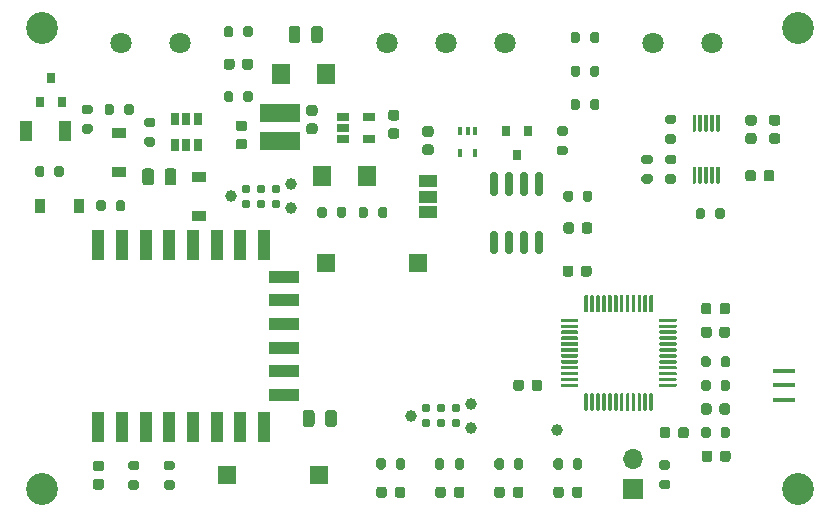
<source format=gbr>
%TF.GenerationSoftware,KiCad,Pcbnew,5.1.10*%
%TF.CreationDate,2021-06-21T15:48:10-04:00*%
%TF.ProjectId,CANalog,43414e61-6c6f-4672-9e6b-696361645f70,rev?*%
%TF.SameCoordinates,PX5b8d800PY848f8c0*%
%TF.FileFunction,Soldermask,Top*%
%TF.FilePolarity,Negative*%
%FSLAX46Y46*%
G04 Gerber Fmt 4.6, Leading zero omitted, Abs format (unit mm)*
G04 Created by KiCad (PCBNEW 5.1.10) date 2021-06-21 15:48:10*
%MOMM*%
%LPD*%
G01*
G04 APERTURE LIST*
%ADD10R,2.500000X1.100000*%
%ADD11R,1.100000X2.500000*%
%ADD12C,0.787400*%
%ADD13C,0.990600*%
%ADD14R,1.900000X0.400000*%
%ADD15R,0.400000X0.650000*%
%ADD16R,1.060000X0.650000*%
%ADD17R,0.650000X1.060000*%
%ADD18C,1.000000*%
%ADD19R,1.500000X1.500000*%
%ADD20R,0.800000X0.900000*%
%ADD21R,3.500000X1.600000*%
%ADD22R,1.500000X1.000000*%
%ADD23O,1.700000X1.700000*%
%ADD24R,1.700000X1.700000*%
%ADD25C,1.800000*%
%ADD26R,1.200000X0.900000*%
%ADD27R,1.600000X1.800000*%
%ADD28R,0.900000X1.200000*%
%ADD29R,1.000000X1.700000*%
%ADD30C,2.700000*%
G04 APERTURE END LIST*
%TO.C,C17*%
G36*
G01*
X-6250000Y-12900000D02*
X-5750000Y-12900000D01*
G75*
G02*
X-5525000Y-13125000I0J-225000D01*
G01*
X-5525000Y-13575000D01*
G75*
G02*
X-5750000Y-13800000I-225000J0D01*
G01*
X-6250000Y-13800000D01*
G75*
G02*
X-6475000Y-13575000I0J225000D01*
G01*
X-6475000Y-13125000D01*
G75*
G02*
X-6250000Y-12900000I225000J0D01*
G01*
G37*
G36*
G01*
X-6250000Y-11350000D02*
X-5750000Y-11350000D01*
G75*
G02*
X-5525000Y-11575000I0J-225000D01*
G01*
X-5525000Y-12025000D01*
G75*
G02*
X-5750000Y-12250000I-225000J0D01*
G01*
X-6250000Y-12250000D01*
G75*
G02*
X-6475000Y-12025000I0J225000D01*
G01*
X-6475000Y-11575000D01*
G75*
G02*
X-6250000Y-11350000I225000J0D01*
G01*
G37*
%TD*%
%TO.C,C16*%
G36*
G01*
X-8250000Y-12900000D02*
X-7750000Y-12900000D01*
G75*
G02*
X-7525000Y-13125000I0J-225000D01*
G01*
X-7525000Y-13575000D01*
G75*
G02*
X-7750000Y-13800000I-225000J0D01*
G01*
X-8250000Y-13800000D01*
G75*
G02*
X-8475000Y-13575000I0J225000D01*
G01*
X-8475000Y-13125000D01*
G75*
G02*
X-8250000Y-12900000I225000J0D01*
G01*
G37*
G36*
G01*
X-8250000Y-11350000D02*
X-7750000Y-11350000D01*
G75*
G02*
X-7525000Y-11575000I0J-225000D01*
G01*
X-7525000Y-12025000D01*
G75*
G02*
X-7750000Y-12250000I-225000J0D01*
G01*
X-8250000Y-12250000D01*
G75*
G02*
X-8475000Y-12025000I0J225000D01*
G01*
X-8475000Y-11575000D01*
G75*
G02*
X-8250000Y-11350000I225000J0D01*
G01*
G37*
%TD*%
%TO.C,U5*%
G36*
G01*
X-10875000Y-15725000D02*
X-10725000Y-15725000D01*
G75*
G02*
X-10650000Y-15800000I0J-75000D01*
G01*
X-10650000Y-17100000D01*
G75*
G02*
X-10725000Y-17175000I-75000J0D01*
G01*
X-10875000Y-17175000D01*
G75*
G02*
X-10950000Y-17100000I0J75000D01*
G01*
X-10950000Y-15800000D01*
G75*
G02*
X-10875000Y-15725000I75000J0D01*
G01*
G37*
G36*
G01*
X-11375000Y-15725000D02*
X-11225000Y-15725000D01*
G75*
G02*
X-11150000Y-15800000I0J-75000D01*
G01*
X-11150000Y-17100000D01*
G75*
G02*
X-11225000Y-17175000I-75000J0D01*
G01*
X-11375000Y-17175000D01*
G75*
G02*
X-11450000Y-17100000I0J75000D01*
G01*
X-11450000Y-15800000D01*
G75*
G02*
X-11375000Y-15725000I75000J0D01*
G01*
G37*
G36*
G01*
X-11875000Y-15725000D02*
X-11725000Y-15725000D01*
G75*
G02*
X-11650000Y-15800000I0J-75000D01*
G01*
X-11650000Y-17100000D01*
G75*
G02*
X-11725000Y-17175000I-75000J0D01*
G01*
X-11875000Y-17175000D01*
G75*
G02*
X-11950000Y-17100000I0J75000D01*
G01*
X-11950000Y-15800000D01*
G75*
G02*
X-11875000Y-15725000I75000J0D01*
G01*
G37*
G36*
G01*
X-12375000Y-15725000D02*
X-12225000Y-15725000D01*
G75*
G02*
X-12150000Y-15800000I0J-75000D01*
G01*
X-12150000Y-17100000D01*
G75*
G02*
X-12225000Y-17175000I-75000J0D01*
G01*
X-12375000Y-17175000D01*
G75*
G02*
X-12450000Y-17100000I0J75000D01*
G01*
X-12450000Y-15800000D01*
G75*
G02*
X-12375000Y-15725000I75000J0D01*
G01*
G37*
G36*
G01*
X-12875000Y-15725000D02*
X-12725000Y-15725000D01*
G75*
G02*
X-12650000Y-15800000I0J-75000D01*
G01*
X-12650000Y-17100000D01*
G75*
G02*
X-12725000Y-17175000I-75000J0D01*
G01*
X-12875000Y-17175000D01*
G75*
G02*
X-12950000Y-17100000I0J75000D01*
G01*
X-12950000Y-15800000D01*
G75*
G02*
X-12875000Y-15725000I75000J0D01*
G01*
G37*
G36*
G01*
X-12875000Y-11325000D02*
X-12725000Y-11325000D01*
G75*
G02*
X-12650000Y-11400000I0J-75000D01*
G01*
X-12650000Y-12700000D01*
G75*
G02*
X-12725000Y-12775000I-75000J0D01*
G01*
X-12875000Y-12775000D01*
G75*
G02*
X-12950000Y-12700000I0J75000D01*
G01*
X-12950000Y-11400000D01*
G75*
G02*
X-12875000Y-11325000I75000J0D01*
G01*
G37*
G36*
G01*
X-12375000Y-11325000D02*
X-12225000Y-11325000D01*
G75*
G02*
X-12150000Y-11400000I0J-75000D01*
G01*
X-12150000Y-12700000D01*
G75*
G02*
X-12225000Y-12775000I-75000J0D01*
G01*
X-12375000Y-12775000D01*
G75*
G02*
X-12450000Y-12700000I0J75000D01*
G01*
X-12450000Y-11400000D01*
G75*
G02*
X-12375000Y-11325000I75000J0D01*
G01*
G37*
G36*
G01*
X-11875000Y-11325000D02*
X-11725000Y-11325000D01*
G75*
G02*
X-11650000Y-11400000I0J-75000D01*
G01*
X-11650000Y-12700000D01*
G75*
G02*
X-11725000Y-12775000I-75000J0D01*
G01*
X-11875000Y-12775000D01*
G75*
G02*
X-11950000Y-12700000I0J75000D01*
G01*
X-11950000Y-11400000D01*
G75*
G02*
X-11875000Y-11325000I75000J0D01*
G01*
G37*
G36*
G01*
X-11375000Y-11325000D02*
X-11225000Y-11325000D01*
G75*
G02*
X-11150000Y-11400000I0J-75000D01*
G01*
X-11150000Y-12700000D01*
G75*
G02*
X-11225000Y-12775000I-75000J0D01*
G01*
X-11375000Y-12775000D01*
G75*
G02*
X-11450000Y-12700000I0J75000D01*
G01*
X-11450000Y-11400000D01*
G75*
G02*
X-11375000Y-11325000I75000J0D01*
G01*
G37*
G36*
G01*
X-10875000Y-11325000D02*
X-10725000Y-11325000D01*
G75*
G02*
X-10650000Y-11400000I0J-75000D01*
G01*
X-10650000Y-12700000D01*
G75*
G02*
X-10725000Y-12775000I-75000J0D01*
G01*
X-10875000Y-12775000D01*
G75*
G02*
X-10950000Y-12700000I0J75000D01*
G01*
X-10950000Y-11400000D01*
G75*
G02*
X-10875000Y-11325000I75000J0D01*
G01*
G37*
%TD*%
%TO.C,R28*%
G36*
G01*
X-11025000Y-19975000D02*
X-11025000Y-19425000D01*
G75*
G02*
X-10825000Y-19225000I200000J0D01*
G01*
X-10425000Y-19225000D01*
G75*
G02*
X-10225000Y-19425000I0J-200000D01*
G01*
X-10225000Y-19975000D01*
G75*
G02*
X-10425000Y-20175000I-200000J0D01*
G01*
X-10825000Y-20175000D01*
G75*
G02*
X-11025000Y-19975000I0J200000D01*
G01*
G37*
G36*
G01*
X-12675000Y-19975000D02*
X-12675000Y-19425000D01*
G75*
G02*
X-12475000Y-19225000I200000J0D01*
G01*
X-12075000Y-19225000D01*
G75*
G02*
X-11875000Y-19425000I0J-200000D01*
G01*
X-11875000Y-19975000D01*
G75*
G02*
X-12075000Y-20175000I-200000J0D01*
G01*
X-12475000Y-20175000D01*
G75*
G02*
X-12675000Y-19975000I0J200000D01*
G01*
G37*
%TD*%
%TO.C,R20*%
G36*
G01*
X-15075000Y-12975000D02*
X-14525000Y-12975000D01*
G75*
G02*
X-14325000Y-13175000I0J-200000D01*
G01*
X-14325000Y-13575000D01*
G75*
G02*
X-14525000Y-13775000I-200000J0D01*
G01*
X-15075000Y-13775000D01*
G75*
G02*
X-15275000Y-13575000I0J200000D01*
G01*
X-15275000Y-13175000D01*
G75*
G02*
X-15075000Y-12975000I200000J0D01*
G01*
G37*
G36*
G01*
X-15075000Y-11325000D02*
X-14525000Y-11325000D01*
G75*
G02*
X-14325000Y-11525000I0J-200000D01*
G01*
X-14325000Y-11925000D01*
G75*
G02*
X-14525000Y-12125000I-200000J0D01*
G01*
X-15075000Y-12125000D01*
G75*
G02*
X-15275000Y-11925000I0J200000D01*
G01*
X-15275000Y-11525000D01*
G75*
G02*
X-15075000Y-11325000I200000J0D01*
G01*
G37*
%TD*%
%TO.C,R19*%
G36*
G01*
X-17075000Y-16375000D02*
X-16525000Y-16375000D01*
G75*
G02*
X-16325000Y-16575000I0J-200000D01*
G01*
X-16325000Y-16975000D01*
G75*
G02*
X-16525000Y-17175000I-200000J0D01*
G01*
X-17075000Y-17175000D01*
G75*
G02*
X-17275000Y-16975000I0J200000D01*
G01*
X-17275000Y-16575000D01*
G75*
G02*
X-17075000Y-16375000I200000J0D01*
G01*
G37*
G36*
G01*
X-17075000Y-14725000D02*
X-16525000Y-14725000D01*
G75*
G02*
X-16325000Y-14925000I0J-200000D01*
G01*
X-16325000Y-15325000D01*
G75*
G02*
X-16525000Y-15525000I-200000J0D01*
G01*
X-17075000Y-15525000D01*
G75*
G02*
X-17275000Y-15325000I0J200000D01*
G01*
X-17275000Y-14925000D01*
G75*
G02*
X-17075000Y-14725000I200000J0D01*
G01*
G37*
%TD*%
%TO.C,R18*%
G36*
G01*
X-15075000Y-16375000D02*
X-14525000Y-16375000D01*
G75*
G02*
X-14325000Y-16575000I0J-200000D01*
G01*
X-14325000Y-16975000D01*
G75*
G02*
X-14525000Y-17175000I-200000J0D01*
G01*
X-15075000Y-17175000D01*
G75*
G02*
X-15275000Y-16975000I0J200000D01*
G01*
X-15275000Y-16575000D01*
G75*
G02*
X-15075000Y-16375000I200000J0D01*
G01*
G37*
G36*
G01*
X-15075000Y-14725000D02*
X-14525000Y-14725000D01*
G75*
G02*
X-14325000Y-14925000I0J-200000D01*
G01*
X-14325000Y-15325000D01*
G75*
G02*
X-14525000Y-15525000I-200000J0D01*
G01*
X-15075000Y-15525000D01*
G75*
G02*
X-15275000Y-15325000I0J200000D01*
G01*
X-15275000Y-14925000D01*
G75*
G02*
X-15075000Y-14725000I200000J0D01*
G01*
G37*
%TD*%
%TO.C,C19*%
G36*
G01*
X-6925000Y-16750000D02*
X-6925000Y-16250000D01*
G75*
G02*
X-6700000Y-16025000I225000J0D01*
G01*
X-6250000Y-16025000D01*
G75*
G02*
X-6025000Y-16250000I0J-225000D01*
G01*
X-6025000Y-16750000D01*
G75*
G02*
X-6250000Y-16975000I-225000J0D01*
G01*
X-6700000Y-16975000D01*
G75*
G02*
X-6925000Y-16750000I0J225000D01*
G01*
G37*
G36*
G01*
X-8475000Y-16750000D02*
X-8475000Y-16250000D01*
G75*
G02*
X-8250000Y-16025000I225000J0D01*
G01*
X-7800000Y-16025000D01*
G75*
G02*
X-7575000Y-16250000I0J-225000D01*
G01*
X-7575000Y-16750000D01*
G75*
G02*
X-7800000Y-16975000I-225000J0D01*
G01*
X-8250000Y-16975000D01*
G75*
G02*
X-8475000Y-16750000I0J225000D01*
G01*
G37*
%TD*%
%TO.C,R27*%
G36*
G01*
X-61775000Y-19325000D02*
X-61775000Y-18775000D01*
G75*
G02*
X-61575000Y-18575000I200000J0D01*
G01*
X-61175000Y-18575000D01*
G75*
G02*
X-60975000Y-18775000I0J-200000D01*
G01*
X-60975000Y-19325000D01*
G75*
G02*
X-61175000Y-19525000I-200000J0D01*
G01*
X-61575000Y-19525000D01*
G75*
G02*
X-61775000Y-19325000I0J200000D01*
G01*
G37*
G36*
G01*
X-63425000Y-19325000D02*
X-63425000Y-18775000D01*
G75*
G02*
X-63225000Y-18575000I200000J0D01*
G01*
X-62825000Y-18575000D01*
G75*
G02*
X-62625000Y-18775000I0J-200000D01*
G01*
X-62625000Y-19325000D01*
G75*
G02*
X-62825000Y-19525000I-200000J0D01*
G01*
X-63225000Y-19525000D01*
G75*
G02*
X-63425000Y-19325000I0J200000D01*
G01*
G37*
%TD*%
D10*
%TO.C,U4*%
X-47550000Y-25060000D03*
X-47550000Y-27060000D03*
X-47550000Y-29060000D03*
X-47550000Y-31060000D03*
X-47550000Y-33060000D03*
X-47550000Y-35060000D03*
D11*
X-63250000Y-22350000D03*
X-61250000Y-22350000D03*
X-59250000Y-22350000D03*
X-57250000Y-22350000D03*
X-55250000Y-22350000D03*
X-53250000Y-22350000D03*
X-51250000Y-22350000D03*
X-49250000Y-22350000D03*
X-49250000Y-37750000D03*
X-51250000Y-37750000D03*
X-53250000Y-37750000D03*
X-55250000Y-37750000D03*
X-57250000Y-37750000D03*
X-59250000Y-37750000D03*
X-61250000Y-37750000D03*
X-63250000Y-37750000D03*
%TD*%
%TO.C,R14*%
G36*
G01*
X-10575000Y-32525000D02*
X-10575000Y-31975000D01*
G75*
G02*
X-10375000Y-31775000I200000J0D01*
G01*
X-9975000Y-31775000D01*
G75*
G02*
X-9775000Y-31975000I0J-200000D01*
G01*
X-9775000Y-32525000D01*
G75*
G02*
X-9975000Y-32725000I-200000J0D01*
G01*
X-10375000Y-32725000D01*
G75*
G02*
X-10575000Y-32525000I0J200000D01*
G01*
G37*
G36*
G01*
X-12225000Y-32525000D02*
X-12225000Y-31975000D01*
G75*
G02*
X-12025000Y-31775000I200000J0D01*
G01*
X-11625000Y-31775000D01*
G75*
G02*
X-11425000Y-31975000I0J-200000D01*
G01*
X-11425000Y-32525000D01*
G75*
G02*
X-11625000Y-32725000I-200000J0D01*
G01*
X-12025000Y-32725000D01*
G75*
G02*
X-12225000Y-32525000I0J200000D01*
G01*
G37*
%TD*%
D12*
%TO.C,J4*%
X-32980000Y-36165000D03*
X-32980000Y-37435000D03*
X-34250000Y-36165000D03*
X-34250000Y-37435000D03*
X-35520000Y-36165000D03*
X-35520000Y-37435000D03*
D13*
X-36790000Y-36800000D03*
X-31710000Y-37816000D03*
X-31710000Y-35784000D03*
%TD*%
%TO.C,U3*%
G36*
G01*
X-16300000Y-35000000D02*
X-16300000Y-36325000D01*
G75*
G02*
X-16375000Y-36400000I-75000J0D01*
G01*
X-16525000Y-36400000D01*
G75*
G02*
X-16600000Y-36325000I0J75000D01*
G01*
X-16600000Y-35000000D01*
G75*
G02*
X-16525000Y-34925000I75000J0D01*
G01*
X-16375000Y-34925000D01*
G75*
G02*
X-16300000Y-35000000I0J-75000D01*
G01*
G37*
G36*
G01*
X-16800000Y-35000000D02*
X-16800000Y-36325000D01*
G75*
G02*
X-16875000Y-36400000I-75000J0D01*
G01*
X-17025000Y-36400000D01*
G75*
G02*
X-17100000Y-36325000I0J75000D01*
G01*
X-17100000Y-35000000D01*
G75*
G02*
X-17025000Y-34925000I75000J0D01*
G01*
X-16875000Y-34925000D01*
G75*
G02*
X-16800000Y-35000000I0J-75000D01*
G01*
G37*
G36*
G01*
X-17300000Y-35000000D02*
X-17300000Y-36325000D01*
G75*
G02*
X-17375000Y-36400000I-75000J0D01*
G01*
X-17525000Y-36400000D01*
G75*
G02*
X-17600000Y-36325000I0J75000D01*
G01*
X-17600000Y-35000000D01*
G75*
G02*
X-17525000Y-34925000I75000J0D01*
G01*
X-17375000Y-34925000D01*
G75*
G02*
X-17300000Y-35000000I0J-75000D01*
G01*
G37*
G36*
G01*
X-17800000Y-35000000D02*
X-17800000Y-36325000D01*
G75*
G02*
X-17875000Y-36400000I-75000J0D01*
G01*
X-18025000Y-36400000D01*
G75*
G02*
X-18100000Y-36325000I0J75000D01*
G01*
X-18100000Y-35000000D01*
G75*
G02*
X-18025000Y-34925000I75000J0D01*
G01*
X-17875000Y-34925000D01*
G75*
G02*
X-17800000Y-35000000I0J-75000D01*
G01*
G37*
G36*
G01*
X-18300000Y-35000000D02*
X-18300000Y-36325000D01*
G75*
G02*
X-18375000Y-36400000I-75000J0D01*
G01*
X-18525000Y-36400000D01*
G75*
G02*
X-18600000Y-36325000I0J75000D01*
G01*
X-18600000Y-35000000D01*
G75*
G02*
X-18525000Y-34925000I75000J0D01*
G01*
X-18375000Y-34925000D01*
G75*
G02*
X-18300000Y-35000000I0J-75000D01*
G01*
G37*
G36*
G01*
X-18800000Y-35000000D02*
X-18800000Y-36325000D01*
G75*
G02*
X-18875000Y-36400000I-75000J0D01*
G01*
X-19025000Y-36400000D01*
G75*
G02*
X-19100000Y-36325000I0J75000D01*
G01*
X-19100000Y-35000000D01*
G75*
G02*
X-19025000Y-34925000I75000J0D01*
G01*
X-18875000Y-34925000D01*
G75*
G02*
X-18800000Y-35000000I0J-75000D01*
G01*
G37*
G36*
G01*
X-19300000Y-35000000D02*
X-19300000Y-36325000D01*
G75*
G02*
X-19375000Y-36400000I-75000J0D01*
G01*
X-19525000Y-36400000D01*
G75*
G02*
X-19600000Y-36325000I0J75000D01*
G01*
X-19600000Y-35000000D01*
G75*
G02*
X-19525000Y-34925000I75000J0D01*
G01*
X-19375000Y-34925000D01*
G75*
G02*
X-19300000Y-35000000I0J-75000D01*
G01*
G37*
G36*
G01*
X-19800000Y-35000000D02*
X-19800000Y-36325000D01*
G75*
G02*
X-19875000Y-36400000I-75000J0D01*
G01*
X-20025000Y-36400000D01*
G75*
G02*
X-20100000Y-36325000I0J75000D01*
G01*
X-20100000Y-35000000D01*
G75*
G02*
X-20025000Y-34925000I75000J0D01*
G01*
X-19875000Y-34925000D01*
G75*
G02*
X-19800000Y-35000000I0J-75000D01*
G01*
G37*
G36*
G01*
X-20300000Y-35000000D02*
X-20300000Y-36325000D01*
G75*
G02*
X-20375000Y-36400000I-75000J0D01*
G01*
X-20525000Y-36400000D01*
G75*
G02*
X-20600000Y-36325000I0J75000D01*
G01*
X-20600000Y-35000000D01*
G75*
G02*
X-20525000Y-34925000I75000J0D01*
G01*
X-20375000Y-34925000D01*
G75*
G02*
X-20300000Y-35000000I0J-75000D01*
G01*
G37*
G36*
G01*
X-20800000Y-35000000D02*
X-20800000Y-36325000D01*
G75*
G02*
X-20875000Y-36400000I-75000J0D01*
G01*
X-21025000Y-36400000D01*
G75*
G02*
X-21100000Y-36325000I0J75000D01*
G01*
X-21100000Y-35000000D01*
G75*
G02*
X-21025000Y-34925000I75000J0D01*
G01*
X-20875000Y-34925000D01*
G75*
G02*
X-20800000Y-35000000I0J-75000D01*
G01*
G37*
G36*
G01*
X-21300000Y-35000000D02*
X-21300000Y-36325000D01*
G75*
G02*
X-21375000Y-36400000I-75000J0D01*
G01*
X-21525000Y-36400000D01*
G75*
G02*
X-21600000Y-36325000I0J75000D01*
G01*
X-21600000Y-35000000D01*
G75*
G02*
X-21525000Y-34925000I75000J0D01*
G01*
X-21375000Y-34925000D01*
G75*
G02*
X-21300000Y-35000000I0J-75000D01*
G01*
G37*
G36*
G01*
X-21800000Y-35000000D02*
X-21800000Y-36325000D01*
G75*
G02*
X-21875000Y-36400000I-75000J0D01*
G01*
X-22025000Y-36400000D01*
G75*
G02*
X-22100000Y-36325000I0J75000D01*
G01*
X-22100000Y-35000000D01*
G75*
G02*
X-22025000Y-34925000I75000J0D01*
G01*
X-21875000Y-34925000D01*
G75*
G02*
X-21800000Y-35000000I0J-75000D01*
G01*
G37*
G36*
G01*
X-22625000Y-34175000D02*
X-22625000Y-34325000D01*
G75*
G02*
X-22700000Y-34400000I-75000J0D01*
G01*
X-24025000Y-34400000D01*
G75*
G02*
X-24100000Y-34325000I0J75000D01*
G01*
X-24100000Y-34175000D01*
G75*
G02*
X-24025000Y-34100000I75000J0D01*
G01*
X-22700000Y-34100000D01*
G75*
G02*
X-22625000Y-34175000I0J-75000D01*
G01*
G37*
G36*
G01*
X-22625000Y-33675000D02*
X-22625000Y-33825000D01*
G75*
G02*
X-22700000Y-33900000I-75000J0D01*
G01*
X-24025000Y-33900000D01*
G75*
G02*
X-24100000Y-33825000I0J75000D01*
G01*
X-24100000Y-33675000D01*
G75*
G02*
X-24025000Y-33600000I75000J0D01*
G01*
X-22700000Y-33600000D01*
G75*
G02*
X-22625000Y-33675000I0J-75000D01*
G01*
G37*
G36*
G01*
X-22625000Y-33175000D02*
X-22625000Y-33325000D01*
G75*
G02*
X-22700000Y-33400000I-75000J0D01*
G01*
X-24025000Y-33400000D01*
G75*
G02*
X-24100000Y-33325000I0J75000D01*
G01*
X-24100000Y-33175000D01*
G75*
G02*
X-24025000Y-33100000I75000J0D01*
G01*
X-22700000Y-33100000D01*
G75*
G02*
X-22625000Y-33175000I0J-75000D01*
G01*
G37*
G36*
G01*
X-22625000Y-32675000D02*
X-22625000Y-32825000D01*
G75*
G02*
X-22700000Y-32900000I-75000J0D01*
G01*
X-24025000Y-32900000D01*
G75*
G02*
X-24100000Y-32825000I0J75000D01*
G01*
X-24100000Y-32675000D01*
G75*
G02*
X-24025000Y-32600000I75000J0D01*
G01*
X-22700000Y-32600000D01*
G75*
G02*
X-22625000Y-32675000I0J-75000D01*
G01*
G37*
G36*
G01*
X-22625000Y-32175000D02*
X-22625000Y-32325000D01*
G75*
G02*
X-22700000Y-32400000I-75000J0D01*
G01*
X-24025000Y-32400000D01*
G75*
G02*
X-24100000Y-32325000I0J75000D01*
G01*
X-24100000Y-32175000D01*
G75*
G02*
X-24025000Y-32100000I75000J0D01*
G01*
X-22700000Y-32100000D01*
G75*
G02*
X-22625000Y-32175000I0J-75000D01*
G01*
G37*
G36*
G01*
X-22625000Y-31675000D02*
X-22625000Y-31825000D01*
G75*
G02*
X-22700000Y-31900000I-75000J0D01*
G01*
X-24025000Y-31900000D01*
G75*
G02*
X-24100000Y-31825000I0J75000D01*
G01*
X-24100000Y-31675000D01*
G75*
G02*
X-24025000Y-31600000I75000J0D01*
G01*
X-22700000Y-31600000D01*
G75*
G02*
X-22625000Y-31675000I0J-75000D01*
G01*
G37*
G36*
G01*
X-22625000Y-31175000D02*
X-22625000Y-31325000D01*
G75*
G02*
X-22700000Y-31400000I-75000J0D01*
G01*
X-24025000Y-31400000D01*
G75*
G02*
X-24100000Y-31325000I0J75000D01*
G01*
X-24100000Y-31175000D01*
G75*
G02*
X-24025000Y-31100000I75000J0D01*
G01*
X-22700000Y-31100000D01*
G75*
G02*
X-22625000Y-31175000I0J-75000D01*
G01*
G37*
G36*
G01*
X-22625000Y-30675000D02*
X-22625000Y-30825000D01*
G75*
G02*
X-22700000Y-30900000I-75000J0D01*
G01*
X-24025000Y-30900000D01*
G75*
G02*
X-24100000Y-30825000I0J75000D01*
G01*
X-24100000Y-30675000D01*
G75*
G02*
X-24025000Y-30600000I75000J0D01*
G01*
X-22700000Y-30600000D01*
G75*
G02*
X-22625000Y-30675000I0J-75000D01*
G01*
G37*
G36*
G01*
X-22625000Y-30175000D02*
X-22625000Y-30325000D01*
G75*
G02*
X-22700000Y-30400000I-75000J0D01*
G01*
X-24025000Y-30400000D01*
G75*
G02*
X-24100000Y-30325000I0J75000D01*
G01*
X-24100000Y-30175000D01*
G75*
G02*
X-24025000Y-30100000I75000J0D01*
G01*
X-22700000Y-30100000D01*
G75*
G02*
X-22625000Y-30175000I0J-75000D01*
G01*
G37*
G36*
G01*
X-22625000Y-29675000D02*
X-22625000Y-29825000D01*
G75*
G02*
X-22700000Y-29900000I-75000J0D01*
G01*
X-24025000Y-29900000D01*
G75*
G02*
X-24100000Y-29825000I0J75000D01*
G01*
X-24100000Y-29675000D01*
G75*
G02*
X-24025000Y-29600000I75000J0D01*
G01*
X-22700000Y-29600000D01*
G75*
G02*
X-22625000Y-29675000I0J-75000D01*
G01*
G37*
G36*
G01*
X-22625000Y-29175000D02*
X-22625000Y-29325000D01*
G75*
G02*
X-22700000Y-29400000I-75000J0D01*
G01*
X-24025000Y-29400000D01*
G75*
G02*
X-24100000Y-29325000I0J75000D01*
G01*
X-24100000Y-29175000D01*
G75*
G02*
X-24025000Y-29100000I75000J0D01*
G01*
X-22700000Y-29100000D01*
G75*
G02*
X-22625000Y-29175000I0J-75000D01*
G01*
G37*
G36*
G01*
X-22625000Y-28675000D02*
X-22625000Y-28825000D01*
G75*
G02*
X-22700000Y-28900000I-75000J0D01*
G01*
X-24025000Y-28900000D01*
G75*
G02*
X-24100000Y-28825000I0J75000D01*
G01*
X-24100000Y-28675000D01*
G75*
G02*
X-24025000Y-28600000I75000J0D01*
G01*
X-22700000Y-28600000D01*
G75*
G02*
X-22625000Y-28675000I0J-75000D01*
G01*
G37*
G36*
G01*
X-21800000Y-26675000D02*
X-21800000Y-28000000D01*
G75*
G02*
X-21875000Y-28075000I-75000J0D01*
G01*
X-22025000Y-28075000D01*
G75*
G02*
X-22100000Y-28000000I0J75000D01*
G01*
X-22100000Y-26675000D01*
G75*
G02*
X-22025000Y-26600000I75000J0D01*
G01*
X-21875000Y-26600000D01*
G75*
G02*
X-21800000Y-26675000I0J-75000D01*
G01*
G37*
G36*
G01*
X-21300000Y-26675000D02*
X-21300000Y-28000000D01*
G75*
G02*
X-21375000Y-28075000I-75000J0D01*
G01*
X-21525000Y-28075000D01*
G75*
G02*
X-21600000Y-28000000I0J75000D01*
G01*
X-21600000Y-26675000D01*
G75*
G02*
X-21525000Y-26600000I75000J0D01*
G01*
X-21375000Y-26600000D01*
G75*
G02*
X-21300000Y-26675000I0J-75000D01*
G01*
G37*
G36*
G01*
X-20800000Y-26675000D02*
X-20800000Y-28000000D01*
G75*
G02*
X-20875000Y-28075000I-75000J0D01*
G01*
X-21025000Y-28075000D01*
G75*
G02*
X-21100000Y-28000000I0J75000D01*
G01*
X-21100000Y-26675000D01*
G75*
G02*
X-21025000Y-26600000I75000J0D01*
G01*
X-20875000Y-26600000D01*
G75*
G02*
X-20800000Y-26675000I0J-75000D01*
G01*
G37*
G36*
G01*
X-20300000Y-26675000D02*
X-20300000Y-28000000D01*
G75*
G02*
X-20375000Y-28075000I-75000J0D01*
G01*
X-20525000Y-28075000D01*
G75*
G02*
X-20600000Y-28000000I0J75000D01*
G01*
X-20600000Y-26675000D01*
G75*
G02*
X-20525000Y-26600000I75000J0D01*
G01*
X-20375000Y-26600000D01*
G75*
G02*
X-20300000Y-26675000I0J-75000D01*
G01*
G37*
G36*
G01*
X-19800000Y-26675000D02*
X-19800000Y-28000000D01*
G75*
G02*
X-19875000Y-28075000I-75000J0D01*
G01*
X-20025000Y-28075000D01*
G75*
G02*
X-20100000Y-28000000I0J75000D01*
G01*
X-20100000Y-26675000D01*
G75*
G02*
X-20025000Y-26600000I75000J0D01*
G01*
X-19875000Y-26600000D01*
G75*
G02*
X-19800000Y-26675000I0J-75000D01*
G01*
G37*
G36*
G01*
X-19300000Y-26675000D02*
X-19300000Y-28000000D01*
G75*
G02*
X-19375000Y-28075000I-75000J0D01*
G01*
X-19525000Y-28075000D01*
G75*
G02*
X-19600000Y-28000000I0J75000D01*
G01*
X-19600000Y-26675000D01*
G75*
G02*
X-19525000Y-26600000I75000J0D01*
G01*
X-19375000Y-26600000D01*
G75*
G02*
X-19300000Y-26675000I0J-75000D01*
G01*
G37*
G36*
G01*
X-18800000Y-26675000D02*
X-18800000Y-28000000D01*
G75*
G02*
X-18875000Y-28075000I-75000J0D01*
G01*
X-19025000Y-28075000D01*
G75*
G02*
X-19100000Y-28000000I0J75000D01*
G01*
X-19100000Y-26675000D01*
G75*
G02*
X-19025000Y-26600000I75000J0D01*
G01*
X-18875000Y-26600000D01*
G75*
G02*
X-18800000Y-26675000I0J-75000D01*
G01*
G37*
G36*
G01*
X-18300000Y-26675000D02*
X-18300000Y-28000000D01*
G75*
G02*
X-18375000Y-28075000I-75000J0D01*
G01*
X-18525000Y-28075000D01*
G75*
G02*
X-18600000Y-28000000I0J75000D01*
G01*
X-18600000Y-26675000D01*
G75*
G02*
X-18525000Y-26600000I75000J0D01*
G01*
X-18375000Y-26600000D01*
G75*
G02*
X-18300000Y-26675000I0J-75000D01*
G01*
G37*
G36*
G01*
X-17800000Y-26675000D02*
X-17800000Y-28000000D01*
G75*
G02*
X-17875000Y-28075000I-75000J0D01*
G01*
X-18025000Y-28075000D01*
G75*
G02*
X-18100000Y-28000000I0J75000D01*
G01*
X-18100000Y-26675000D01*
G75*
G02*
X-18025000Y-26600000I75000J0D01*
G01*
X-17875000Y-26600000D01*
G75*
G02*
X-17800000Y-26675000I0J-75000D01*
G01*
G37*
G36*
G01*
X-17300000Y-26675000D02*
X-17300000Y-28000000D01*
G75*
G02*
X-17375000Y-28075000I-75000J0D01*
G01*
X-17525000Y-28075000D01*
G75*
G02*
X-17600000Y-28000000I0J75000D01*
G01*
X-17600000Y-26675000D01*
G75*
G02*
X-17525000Y-26600000I75000J0D01*
G01*
X-17375000Y-26600000D01*
G75*
G02*
X-17300000Y-26675000I0J-75000D01*
G01*
G37*
G36*
G01*
X-16800000Y-26675000D02*
X-16800000Y-28000000D01*
G75*
G02*
X-16875000Y-28075000I-75000J0D01*
G01*
X-17025000Y-28075000D01*
G75*
G02*
X-17100000Y-28000000I0J75000D01*
G01*
X-17100000Y-26675000D01*
G75*
G02*
X-17025000Y-26600000I75000J0D01*
G01*
X-16875000Y-26600000D01*
G75*
G02*
X-16800000Y-26675000I0J-75000D01*
G01*
G37*
G36*
G01*
X-16300000Y-26675000D02*
X-16300000Y-28000000D01*
G75*
G02*
X-16375000Y-28075000I-75000J0D01*
G01*
X-16525000Y-28075000D01*
G75*
G02*
X-16600000Y-28000000I0J75000D01*
G01*
X-16600000Y-26675000D01*
G75*
G02*
X-16525000Y-26600000I75000J0D01*
G01*
X-16375000Y-26600000D01*
G75*
G02*
X-16300000Y-26675000I0J-75000D01*
G01*
G37*
G36*
G01*
X-14300000Y-28675000D02*
X-14300000Y-28825000D01*
G75*
G02*
X-14375000Y-28900000I-75000J0D01*
G01*
X-15700000Y-28900000D01*
G75*
G02*
X-15775000Y-28825000I0J75000D01*
G01*
X-15775000Y-28675000D01*
G75*
G02*
X-15700000Y-28600000I75000J0D01*
G01*
X-14375000Y-28600000D01*
G75*
G02*
X-14300000Y-28675000I0J-75000D01*
G01*
G37*
G36*
G01*
X-14300000Y-29175000D02*
X-14300000Y-29325000D01*
G75*
G02*
X-14375000Y-29400000I-75000J0D01*
G01*
X-15700000Y-29400000D01*
G75*
G02*
X-15775000Y-29325000I0J75000D01*
G01*
X-15775000Y-29175000D01*
G75*
G02*
X-15700000Y-29100000I75000J0D01*
G01*
X-14375000Y-29100000D01*
G75*
G02*
X-14300000Y-29175000I0J-75000D01*
G01*
G37*
G36*
G01*
X-14300000Y-29675000D02*
X-14300000Y-29825000D01*
G75*
G02*
X-14375000Y-29900000I-75000J0D01*
G01*
X-15700000Y-29900000D01*
G75*
G02*
X-15775000Y-29825000I0J75000D01*
G01*
X-15775000Y-29675000D01*
G75*
G02*
X-15700000Y-29600000I75000J0D01*
G01*
X-14375000Y-29600000D01*
G75*
G02*
X-14300000Y-29675000I0J-75000D01*
G01*
G37*
G36*
G01*
X-14300000Y-30175000D02*
X-14300000Y-30325000D01*
G75*
G02*
X-14375000Y-30400000I-75000J0D01*
G01*
X-15700000Y-30400000D01*
G75*
G02*
X-15775000Y-30325000I0J75000D01*
G01*
X-15775000Y-30175000D01*
G75*
G02*
X-15700000Y-30100000I75000J0D01*
G01*
X-14375000Y-30100000D01*
G75*
G02*
X-14300000Y-30175000I0J-75000D01*
G01*
G37*
G36*
G01*
X-14300000Y-30675000D02*
X-14300000Y-30825000D01*
G75*
G02*
X-14375000Y-30900000I-75000J0D01*
G01*
X-15700000Y-30900000D01*
G75*
G02*
X-15775000Y-30825000I0J75000D01*
G01*
X-15775000Y-30675000D01*
G75*
G02*
X-15700000Y-30600000I75000J0D01*
G01*
X-14375000Y-30600000D01*
G75*
G02*
X-14300000Y-30675000I0J-75000D01*
G01*
G37*
G36*
G01*
X-14300000Y-31175000D02*
X-14300000Y-31325000D01*
G75*
G02*
X-14375000Y-31400000I-75000J0D01*
G01*
X-15700000Y-31400000D01*
G75*
G02*
X-15775000Y-31325000I0J75000D01*
G01*
X-15775000Y-31175000D01*
G75*
G02*
X-15700000Y-31100000I75000J0D01*
G01*
X-14375000Y-31100000D01*
G75*
G02*
X-14300000Y-31175000I0J-75000D01*
G01*
G37*
G36*
G01*
X-14300000Y-31675000D02*
X-14300000Y-31825000D01*
G75*
G02*
X-14375000Y-31900000I-75000J0D01*
G01*
X-15700000Y-31900000D01*
G75*
G02*
X-15775000Y-31825000I0J75000D01*
G01*
X-15775000Y-31675000D01*
G75*
G02*
X-15700000Y-31600000I75000J0D01*
G01*
X-14375000Y-31600000D01*
G75*
G02*
X-14300000Y-31675000I0J-75000D01*
G01*
G37*
G36*
G01*
X-14300000Y-32175000D02*
X-14300000Y-32325000D01*
G75*
G02*
X-14375000Y-32400000I-75000J0D01*
G01*
X-15700000Y-32400000D01*
G75*
G02*
X-15775000Y-32325000I0J75000D01*
G01*
X-15775000Y-32175000D01*
G75*
G02*
X-15700000Y-32100000I75000J0D01*
G01*
X-14375000Y-32100000D01*
G75*
G02*
X-14300000Y-32175000I0J-75000D01*
G01*
G37*
G36*
G01*
X-14300000Y-32675000D02*
X-14300000Y-32825000D01*
G75*
G02*
X-14375000Y-32900000I-75000J0D01*
G01*
X-15700000Y-32900000D01*
G75*
G02*
X-15775000Y-32825000I0J75000D01*
G01*
X-15775000Y-32675000D01*
G75*
G02*
X-15700000Y-32600000I75000J0D01*
G01*
X-14375000Y-32600000D01*
G75*
G02*
X-14300000Y-32675000I0J-75000D01*
G01*
G37*
G36*
G01*
X-14300000Y-33175000D02*
X-14300000Y-33325000D01*
G75*
G02*
X-14375000Y-33400000I-75000J0D01*
G01*
X-15700000Y-33400000D01*
G75*
G02*
X-15775000Y-33325000I0J75000D01*
G01*
X-15775000Y-33175000D01*
G75*
G02*
X-15700000Y-33100000I75000J0D01*
G01*
X-14375000Y-33100000D01*
G75*
G02*
X-14300000Y-33175000I0J-75000D01*
G01*
G37*
G36*
G01*
X-14300000Y-33675000D02*
X-14300000Y-33825000D01*
G75*
G02*
X-14375000Y-33900000I-75000J0D01*
G01*
X-15700000Y-33900000D01*
G75*
G02*
X-15775000Y-33825000I0J75000D01*
G01*
X-15775000Y-33675000D01*
G75*
G02*
X-15700000Y-33600000I75000J0D01*
G01*
X-14375000Y-33600000D01*
G75*
G02*
X-14300000Y-33675000I0J-75000D01*
G01*
G37*
G36*
G01*
X-14300000Y-34175000D02*
X-14300000Y-34325000D01*
G75*
G02*
X-14375000Y-34400000I-75000J0D01*
G01*
X-15700000Y-34400000D01*
G75*
G02*
X-15775000Y-34325000I0J75000D01*
G01*
X-15775000Y-34175000D01*
G75*
G02*
X-15700000Y-34100000I75000J0D01*
G01*
X-14375000Y-34100000D01*
G75*
G02*
X-14300000Y-34175000I0J-75000D01*
G01*
G37*
%TD*%
%TO.C,FB1*%
G36*
G01*
X-10650000Y-28006250D02*
X-10650000Y-27493750D01*
G75*
G02*
X-10431250Y-27275000I218750J0D01*
G01*
X-9993750Y-27275000D01*
G75*
G02*
X-9775000Y-27493750I0J-218750D01*
G01*
X-9775000Y-28006250D01*
G75*
G02*
X-9993750Y-28225000I-218750J0D01*
G01*
X-10431250Y-28225000D01*
G75*
G02*
X-10650000Y-28006250I0J218750D01*
G01*
G37*
G36*
G01*
X-12225000Y-28006250D02*
X-12225000Y-27493750D01*
G75*
G02*
X-12006250Y-27275000I218750J0D01*
G01*
X-11568750Y-27275000D01*
G75*
G02*
X-11350000Y-27493750I0J-218750D01*
G01*
X-11350000Y-28006250D01*
G75*
G02*
X-11568750Y-28225000I-218750J0D01*
G01*
X-12006250Y-28225000D01*
G75*
G02*
X-12225000Y-28006250I0J218750D01*
G01*
G37*
%TD*%
D12*
%TO.C,J5*%
X-48230000Y-17615000D03*
X-48230000Y-18885000D03*
X-49500000Y-17615000D03*
X-49500000Y-18885000D03*
X-50770000Y-17615000D03*
X-50770000Y-18885000D03*
D13*
X-52040000Y-18250000D03*
X-46960000Y-19266000D03*
X-46960000Y-17234000D03*
%TD*%
D14*
%TO.C,Y1*%
X-5200000Y-33050000D03*
X-5200000Y-34250000D03*
X-5200000Y-35450000D03*
%TD*%
D15*
%TO.C,U7*%
X-31350000Y-14575000D03*
X-32650000Y-14575000D03*
X-32000000Y-12675000D03*
X-32650000Y-12675000D03*
X-31350000Y-12675000D03*
%TD*%
%TO.C,U6*%
G36*
G01*
X-29605000Y-18175000D02*
X-29905000Y-18175000D01*
G75*
G02*
X-30055000Y-18025000I0J150000D01*
G01*
X-30055000Y-16375000D01*
G75*
G02*
X-29905000Y-16225000I150000J0D01*
G01*
X-29605000Y-16225000D01*
G75*
G02*
X-29455000Y-16375000I0J-150000D01*
G01*
X-29455000Y-18025000D01*
G75*
G02*
X-29605000Y-18175000I-150000J0D01*
G01*
G37*
G36*
G01*
X-28335000Y-18175000D02*
X-28635000Y-18175000D01*
G75*
G02*
X-28785000Y-18025000I0J150000D01*
G01*
X-28785000Y-16375000D01*
G75*
G02*
X-28635000Y-16225000I150000J0D01*
G01*
X-28335000Y-16225000D01*
G75*
G02*
X-28185000Y-16375000I0J-150000D01*
G01*
X-28185000Y-18025000D01*
G75*
G02*
X-28335000Y-18175000I-150000J0D01*
G01*
G37*
G36*
G01*
X-27065000Y-18175000D02*
X-27365000Y-18175000D01*
G75*
G02*
X-27515000Y-18025000I0J150000D01*
G01*
X-27515000Y-16375000D01*
G75*
G02*
X-27365000Y-16225000I150000J0D01*
G01*
X-27065000Y-16225000D01*
G75*
G02*
X-26915000Y-16375000I0J-150000D01*
G01*
X-26915000Y-18025000D01*
G75*
G02*
X-27065000Y-18175000I-150000J0D01*
G01*
G37*
G36*
G01*
X-25795000Y-18175000D02*
X-26095000Y-18175000D01*
G75*
G02*
X-26245000Y-18025000I0J150000D01*
G01*
X-26245000Y-16375000D01*
G75*
G02*
X-26095000Y-16225000I150000J0D01*
G01*
X-25795000Y-16225000D01*
G75*
G02*
X-25645000Y-16375000I0J-150000D01*
G01*
X-25645000Y-18025000D01*
G75*
G02*
X-25795000Y-18175000I-150000J0D01*
G01*
G37*
G36*
G01*
X-25795000Y-23125000D02*
X-26095000Y-23125000D01*
G75*
G02*
X-26245000Y-22975000I0J150000D01*
G01*
X-26245000Y-21325000D01*
G75*
G02*
X-26095000Y-21175000I150000J0D01*
G01*
X-25795000Y-21175000D01*
G75*
G02*
X-25645000Y-21325000I0J-150000D01*
G01*
X-25645000Y-22975000D01*
G75*
G02*
X-25795000Y-23125000I-150000J0D01*
G01*
G37*
G36*
G01*
X-27065000Y-23125000D02*
X-27365000Y-23125000D01*
G75*
G02*
X-27515000Y-22975000I0J150000D01*
G01*
X-27515000Y-21325000D01*
G75*
G02*
X-27365000Y-21175000I150000J0D01*
G01*
X-27065000Y-21175000D01*
G75*
G02*
X-26915000Y-21325000I0J-150000D01*
G01*
X-26915000Y-22975000D01*
G75*
G02*
X-27065000Y-23125000I-150000J0D01*
G01*
G37*
G36*
G01*
X-28335000Y-23125000D02*
X-28635000Y-23125000D01*
G75*
G02*
X-28785000Y-22975000I0J150000D01*
G01*
X-28785000Y-21325000D01*
G75*
G02*
X-28635000Y-21175000I150000J0D01*
G01*
X-28335000Y-21175000D01*
G75*
G02*
X-28185000Y-21325000I0J-150000D01*
G01*
X-28185000Y-22975000D01*
G75*
G02*
X-28335000Y-23125000I-150000J0D01*
G01*
G37*
G36*
G01*
X-29605000Y-23125000D02*
X-29905000Y-23125000D01*
G75*
G02*
X-30055000Y-22975000I0J150000D01*
G01*
X-30055000Y-21325000D01*
G75*
G02*
X-29905000Y-21175000I150000J0D01*
G01*
X-29605000Y-21175000D01*
G75*
G02*
X-29455000Y-21325000I0J-150000D01*
G01*
X-29455000Y-22975000D01*
G75*
G02*
X-29605000Y-23125000I-150000J0D01*
G01*
G37*
%TD*%
D16*
%TO.C,U2*%
X-40300000Y-11500000D03*
X-40300000Y-13400000D03*
X-42500000Y-13400000D03*
X-42500000Y-12450000D03*
X-42500000Y-11500000D03*
%TD*%
D17*
%TO.C,U1*%
X-55800000Y-13900000D03*
X-54850000Y-13900000D03*
X-56750000Y-13900000D03*
X-56750000Y-11700000D03*
X-55800000Y-11700000D03*
X-54850000Y-11700000D03*
%TD*%
D18*
%TO.C,TP1*%
X-24400000Y-38050000D03*
%TD*%
D19*
%TO.C,SW2*%
X-44000000Y-23900000D03*
X-36200000Y-23900000D03*
%TD*%
%TO.C,SW1*%
X-52400000Y-41875000D03*
X-44600000Y-41875000D03*
%TD*%
%TO.C,R26*%
G36*
G01*
X-24250000Y-13950000D02*
X-23700000Y-13950000D01*
G75*
G02*
X-23500000Y-14150000I0J-200000D01*
G01*
X-23500000Y-14550000D01*
G75*
G02*
X-23700000Y-14750000I-200000J0D01*
G01*
X-24250000Y-14750000D01*
G75*
G02*
X-24450000Y-14550000I0J200000D01*
G01*
X-24450000Y-14150000D01*
G75*
G02*
X-24250000Y-13950000I200000J0D01*
G01*
G37*
G36*
G01*
X-24250000Y-12300000D02*
X-23700000Y-12300000D01*
G75*
G02*
X-23500000Y-12500000I0J-200000D01*
G01*
X-23500000Y-12900000D01*
G75*
G02*
X-23700000Y-13100000I-200000J0D01*
G01*
X-24250000Y-13100000D01*
G75*
G02*
X-24450000Y-12900000I0J200000D01*
G01*
X-24450000Y-12500000D01*
G75*
G02*
X-24250000Y-12300000I200000J0D01*
G01*
G37*
%TD*%
%TO.C,R25*%
G36*
G01*
X-23925000Y-40625000D02*
X-23925000Y-41175000D01*
G75*
G02*
X-24125000Y-41375000I-200000J0D01*
G01*
X-24525000Y-41375000D01*
G75*
G02*
X-24725000Y-41175000I0J200000D01*
G01*
X-24725000Y-40625000D01*
G75*
G02*
X-24525000Y-40425000I200000J0D01*
G01*
X-24125000Y-40425000D01*
G75*
G02*
X-23925000Y-40625000I0J-200000D01*
G01*
G37*
G36*
G01*
X-22275000Y-40625000D02*
X-22275000Y-41175000D01*
G75*
G02*
X-22475000Y-41375000I-200000J0D01*
G01*
X-22875000Y-41375000D01*
G75*
G02*
X-23075000Y-41175000I0J200000D01*
G01*
X-23075000Y-40625000D01*
G75*
G02*
X-22875000Y-40425000I200000J0D01*
G01*
X-22475000Y-40425000D01*
G75*
G02*
X-22275000Y-40625000I0J-200000D01*
G01*
G37*
%TD*%
%TO.C,R24*%
G36*
G01*
X-28925000Y-40625000D02*
X-28925000Y-41175000D01*
G75*
G02*
X-29125000Y-41375000I-200000J0D01*
G01*
X-29525000Y-41375000D01*
G75*
G02*
X-29725000Y-41175000I0J200000D01*
G01*
X-29725000Y-40625000D01*
G75*
G02*
X-29525000Y-40425000I200000J0D01*
G01*
X-29125000Y-40425000D01*
G75*
G02*
X-28925000Y-40625000I0J-200000D01*
G01*
G37*
G36*
G01*
X-27275000Y-40625000D02*
X-27275000Y-41175000D01*
G75*
G02*
X-27475000Y-41375000I-200000J0D01*
G01*
X-27875000Y-41375000D01*
G75*
G02*
X-28075000Y-41175000I0J200000D01*
G01*
X-28075000Y-40625000D01*
G75*
G02*
X-27875000Y-40425000I200000J0D01*
G01*
X-27475000Y-40425000D01*
G75*
G02*
X-27275000Y-40625000I0J-200000D01*
G01*
G37*
%TD*%
%TO.C,R23*%
G36*
G01*
X-33950000Y-40625000D02*
X-33950000Y-41175000D01*
G75*
G02*
X-34150000Y-41375000I-200000J0D01*
G01*
X-34550000Y-41375000D01*
G75*
G02*
X-34750000Y-41175000I0J200000D01*
G01*
X-34750000Y-40625000D01*
G75*
G02*
X-34550000Y-40425000I200000J0D01*
G01*
X-34150000Y-40425000D01*
G75*
G02*
X-33950000Y-40625000I0J-200000D01*
G01*
G37*
G36*
G01*
X-32300000Y-40625000D02*
X-32300000Y-41175000D01*
G75*
G02*
X-32500000Y-41375000I-200000J0D01*
G01*
X-32900000Y-41375000D01*
G75*
G02*
X-33100000Y-41175000I0J200000D01*
G01*
X-33100000Y-40625000D01*
G75*
G02*
X-32900000Y-40425000I200000J0D01*
G01*
X-32500000Y-40425000D01*
G75*
G02*
X-32300000Y-40625000I0J-200000D01*
G01*
G37*
%TD*%
%TO.C,R22*%
G36*
G01*
X-38075000Y-41175000D02*
X-38075000Y-40625000D01*
G75*
G02*
X-37875000Y-40425000I200000J0D01*
G01*
X-37475000Y-40425000D01*
G75*
G02*
X-37275000Y-40625000I0J-200000D01*
G01*
X-37275000Y-41175000D01*
G75*
G02*
X-37475000Y-41375000I-200000J0D01*
G01*
X-37875000Y-41375000D01*
G75*
G02*
X-38075000Y-41175000I0J200000D01*
G01*
G37*
G36*
G01*
X-39725000Y-41175000D02*
X-39725000Y-40625000D01*
G75*
G02*
X-39525000Y-40425000I200000J0D01*
G01*
X-39125000Y-40425000D01*
G75*
G02*
X-38925000Y-40625000I0J-200000D01*
G01*
X-38925000Y-41175000D01*
G75*
G02*
X-39125000Y-41375000I-200000J0D01*
G01*
X-39525000Y-41375000D01*
G75*
G02*
X-39725000Y-41175000I0J200000D01*
G01*
G37*
%TD*%
%TO.C,R21*%
G36*
G01*
X-22225000Y-18500000D02*
X-22225000Y-17950000D01*
G75*
G02*
X-22025000Y-17750000I200000J0D01*
G01*
X-21625000Y-17750000D01*
G75*
G02*
X-21425000Y-17950000I0J-200000D01*
G01*
X-21425000Y-18500000D01*
G75*
G02*
X-21625000Y-18700000I-200000J0D01*
G01*
X-22025000Y-18700000D01*
G75*
G02*
X-22225000Y-18500000I0J200000D01*
G01*
G37*
G36*
G01*
X-23875000Y-18500000D02*
X-23875000Y-17950000D01*
G75*
G02*
X-23675000Y-17750000I200000J0D01*
G01*
X-23275000Y-17750000D01*
G75*
G02*
X-23075000Y-17950000I0J-200000D01*
G01*
X-23075000Y-18500000D01*
G75*
G02*
X-23275000Y-18700000I-200000J0D01*
G01*
X-23675000Y-18700000D01*
G75*
G02*
X-23875000Y-18500000I0J200000D01*
G01*
G37*
%TD*%
%TO.C,R17*%
G36*
G01*
X-43075000Y-19875000D02*
X-43075000Y-19325000D01*
G75*
G02*
X-42875000Y-19125000I200000J0D01*
G01*
X-42475000Y-19125000D01*
G75*
G02*
X-42275000Y-19325000I0J-200000D01*
G01*
X-42275000Y-19875000D01*
G75*
G02*
X-42475000Y-20075000I-200000J0D01*
G01*
X-42875000Y-20075000D01*
G75*
G02*
X-43075000Y-19875000I0J200000D01*
G01*
G37*
G36*
G01*
X-44725000Y-19875000D02*
X-44725000Y-19325000D01*
G75*
G02*
X-44525000Y-19125000I200000J0D01*
G01*
X-44125000Y-19125000D01*
G75*
G02*
X-43925000Y-19325000I0J-200000D01*
G01*
X-43925000Y-19875000D01*
G75*
G02*
X-44125000Y-20075000I-200000J0D01*
G01*
X-44525000Y-20075000D01*
G75*
G02*
X-44725000Y-19875000I0J200000D01*
G01*
G37*
%TD*%
%TO.C,R16*%
G36*
G01*
X-10575000Y-38525000D02*
X-10575000Y-37975000D01*
G75*
G02*
X-10375000Y-37775000I200000J0D01*
G01*
X-9975000Y-37775000D01*
G75*
G02*
X-9775000Y-37975000I0J-200000D01*
G01*
X-9775000Y-38525000D01*
G75*
G02*
X-9975000Y-38725000I-200000J0D01*
G01*
X-10375000Y-38725000D01*
G75*
G02*
X-10575000Y-38525000I0J200000D01*
G01*
G37*
G36*
G01*
X-12225000Y-38525000D02*
X-12225000Y-37975000D01*
G75*
G02*
X-12025000Y-37775000I200000J0D01*
G01*
X-11625000Y-37775000D01*
G75*
G02*
X-11425000Y-37975000I0J-200000D01*
G01*
X-11425000Y-38525000D01*
G75*
G02*
X-11625000Y-38725000I-200000J0D01*
G01*
X-12025000Y-38725000D01*
G75*
G02*
X-12225000Y-38525000I0J200000D01*
G01*
G37*
%TD*%
%TO.C,R15*%
G36*
G01*
X-56975000Y-41425000D02*
X-57525000Y-41425000D01*
G75*
G02*
X-57725000Y-41225000I0J200000D01*
G01*
X-57725000Y-40825000D01*
G75*
G02*
X-57525000Y-40625000I200000J0D01*
G01*
X-56975000Y-40625000D01*
G75*
G02*
X-56775000Y-40825000I0J-200000D01*
G01*
X-56775000Y-41225000D01*
G75*
G02*
X-56975000Y-41425000I-200000J0D01*
G01*
G37*
G36*
G01*
X-56975000Y-43075000D02*
X-57525000Y-43075000D01*
G75*
G02*
X-57725000Y-42875000I0J200000D01*
G01*
X-57725000Y-42475000D01*
G75*
G02*
X-57525000Y-42275000I200000J0D01*
G01*
X-56975000Y-42275000D01*
G75*
G02*
X-56775000Y-42475000I0J-200000D01*
G01*
X-56775000Y-42875000D01*
G75*
G02*
X-56975000Y-43075000I-200000J0D01*
G01*
G37*
%TD*%
%TO.C,R13*%
G36*
G01*
X-10575000Y-34525000D02*
X-10575000Y-33975000D01*
G75*
G02*
X-10375000Y-33775000I200000J0D01*
G01*
X-9975000Y-33775000D01*
G75*
G02*
X-9775000Y-33975000I0J-200000D01*
G01*
X-9775000Y-34525000D01*
G75*
G02*
X-9975000Y-34725000I-200000J0D01*
G01*
X-10375000Y-34725000D01*
G75*
G02*
X-10575000Y-34525000I0J200000D01*
G01*
G37*
G36*
G01*
X-12225000Y-34525000D02*
X-12225000Y-33975000D01*
G75*
G02*
X-12025000Y-33775000I200000J0D01*
G01*
X-11625000Y-33775000D01*
G75*
G02*
X-11425000Y-33975000I0J-200000D01*
G01*
X-11425000Y-34525000D01*
G75*
G02*
X-11625000Y-34725000I-200000J0D01*
G01*
X-12025000Y-34725000D01*
G75*
G02*
X-12225000Y-34525000I0J200000D01*
G01*
G37*
%TD*%
%TO.C,R12*%
G36*
G01*
X-21625000Y-5075000D02*
X-21625000Y-4525000D01*
G75*
G02*
X-21425000Y-4325000I200000J0D01*
G01*
X-21025000Y-4325000D01*
G75*
G02*
X-20825000Y-4525000I0J-200000D01*
G01*
X-20825000Y-5075000D01*
G75*
G02*
X-21025000Y-5275000I-200000J0D01*
G01*
X-21425000Y-5275000D01*
G75*
G02*
X-21625000Y-5075000I0J200000D01*
G01*
G37*
G36*
G01*
X-23275000Y-5075000D02*
X-23275000Y-4525000D01*
G75*
G02*
X-23075000Y-4325000I200000J0D01*
G01*
X-22675000Y-4325000D01*
G75*
G02*
X-22475000Y-4525000I0J-200000D01*
G01*
X-22475000Y-5075000D01*
G75*
G02*
X-22675000Y-5275000I-200000J0D01*
G01*
X-23075000Y-5275000D01*
G75*
G02*
X-23275000Y-5075000I0J200000D01*
G01*
G37*
%TD*%
%TO.C,R11*%
G36*
G01*
X-21625000Y-7925000D02*
X-21625000Y-7375000D01*
G75*
G02*
X-21425000Y-7175000I200000J0D01*
G01*
X-21025000Y-7175000D01*
G75*
G02*
X-20825000Y-7375000I0J-200000D01*
G01*
X-20825000Y-7925000D01*
G75*
G02*
X-21025000Y-8125000I-200000J0D01*
G01*
X-21425000Y-8125000D01*
G75*
G02*
X-21625000Y-7925000I0J200000D01*
G01*
G37*
G36*
G01*
X-23275000Y-7925000D02*
X-23275000Y-7375000D01*
G75*
G02*
X-23075000Y-7175000I200000J0D01*
G01*
X-22675000Y-7175000D01*
G75*
G02*
X-22475000Y-7375000I0J-200000D01*
G01*
X-22475000Y-7925000D01*
G75*
G02*
X-22675000Y-8125000I-200000J0D01*
G01*
X-23075000Y-8125000D01*
G75*
G02*
X-23275000Y-7925000I0J200000D01*
G01*
G37*
%TD*%
%TO.C,R10*%
G36*
G01*
X-21625000Y-10750000D02*
X-21625000Y-10200000D01*
G75*
G02*
X-21425000Y-10000000I200000J0D01*
G01*
X-21025000Y-10000000D01*
G75*
G02*
X-20825000Y-10200000I0J-200000D01*
G01*
X-20825000Y-10750000D01*
G75*
G02*
X-21025000Y-10950000I-200000J0D01*
G01*
X-21425000Y-10950000D01*
G75*
G02*
X-21625000Y-10750000I0J200000D01*
G01*
G37*
G36*
G01*
X-23275000Y-10750000D02*
X-23275000Y-10200000D01*
G75*
G02*
X-23075000Y-10000000I200000J0D01*
G01*
X-22675000Y-10000000D01*
G75*
G02*
X-22475000Y-10200000I0J-200000D01*
G01*
X-22475000Y-10750000D01*
G75*
G02*
X-22675000Y-10950000I-200000J0D01*
G01*
X-23075000Y-10950000D01*
G75*
G02*
X-23275000Y-10750000I0J200000D01*
G01*
G37*
%TD*%
%TO.C,R9*%
G36*
G01*
X-40425000Y-19325000D02*
X-40425000Y-19875000D01*
G75*
G02*
X-40625000Y-20075000I-200000J0D01*
G01*
X-41025000Y-20075000D01*
G75*
G02*
X-41225000Y-19875000I0J200000D01*
G01*
X-41225000Y-19325000D01*
G75*
G02*
X-41025000Y-19125000I200000J0D01*
G01*
X-40625000Y-19125000D01*
G75*
G02*
X-40425000Y-19325000I0J-200000D01*
G01*
G37*
G36*
G01*
X-38775000Y-19325000D02*
X-38775000Y-19875000D01*
G75*
G02*
X-38975000Y-20075000I-200000J0D01*
G01*
X-39375000Y-20075000D01*
G75*
G02*
X-39575000Y-19875000I0J200000D01*
G01*
X-39575000Y-19325000D01*
G75*
G02*
X-39375000Y-19125000I200000J0D01*
G01*
X-38975000Y-19125000D01*
G75*
G02*
X-38775000Y-19325000I0J-200000D01*
G01*
G37*
%TD*%
%TO.C,R8*%
G36*
G01*
X-15575000Y-42225000D02*
X-15025000Y-42225000D01*
G75*
G02*
X-14825000Y-42425000I0J-200000D01*
G01*
X-14825000Y-42825000D01*
G75*
G02*
X-15025000Y-43025000I-200000J0D01*
G01*
X-15575000Y-43025000D01*
G75*
G02*
X-15775000Y-42825000I0J200000D01*
G01*
X-15775000Y-42425000D01*
G75*
G02*
X-15575000Y-42225000I200000J0D01*
G01*
G37*
G36*
G01*
X-15575000Y-40575000D02*
X-15025000Y-40575000D01*
G75*
G02*
X-14825000Y-40775000I0J-200000D01*
G01*
X-14825000Y-41175000D01*
G75*
G02*
X-15025000Y-41375000I-200000J0D01*
G01*
X-15575000Y-41375000D01*
G75*
G02*
X-15775000Y-41175000I0J200000D01*
G01*
X-15775000Y-40775000D01*
G75*
G02*
X-15575000Y-40575000I200000J0D01*
G01*
G37*
%TD*%
%TO.C,R7*%
G36*
G01*
X-51825000Y-4025000D02*
X-51825000Y-4575000D01*
G75*
G02*
X-52025000Y-4775000I-200000J0D01*
G01*
X-52425000Y-4775000D01*
G75*
G02*
X-52625000Y-4575000I0J200000D01*
G01*
X-52625000Y-4025000D01*
G75*
G02*
X-52425000Y-3825000I200000J0D01*
G01*
X-52025000Y-3825000D01*
G75*
G02*
X-51825000Y-4025000I0J-200000D01*
G01*
G37*
G36*
G01*
X-50175000Y-4025000D02*
X-50175000Y-4575000D01*
G75*
G02*
X-50375000Y-4775000I-200000J0D01*
G01*
X-50775000Y-4775000D01*
G75*
G02*
X-50975000Y-4575000I0J200000D01*
G01*
X-50975000Y-4025000D01*
G75*
G02*
X-50775000Y-3825000I200000J0D01*
G01*
X-50375000Y-3825000D01*
G75*
G02*
X-50175000Y-4025000I0J-200000D01*
G01*
G37*
%TD*%
%TO.C,R6*%
G36*
G01*
X-51825000Y-9525000D02*
X-51825000Y-10075000D01*
G75*
G02*
X-52025000Y-10275000I-200000J0D01*
G01*
X-52425000Y-10275000D01*
G75*
G02*
X-52625000Y-10075000I0J200000D01*
G01*
X-52625000Y-9525000D01*
G75*
G02*
X-52425000Y-9325000I200000J0D01*
G01*
X-52025000Y-9325000D01*
G75*
G02*
X-51825000Y-9525000I0J-200000D01*
G01*
G37*
G36*
G01*
X-50175000Y-9525000D02*
X-50175000Y-10075000D01*
G75*
G02*
X-50375000Y-10275000I-200000J0D01*
G01*
X-50775000Y-10275000D01*
G75*
G02*
X-50975000Y-10075000I0J200000D01*
G01*
X-50975000Y-9525000D01*
G75*
G02*
X-50775000Y-9325000I200000J0D01*
G01*
X-50375000Y-9325000D01*
G75*
G02*
X-50175000Y-9525000I0J-200000D01*
G01*
G37*
%TD*%
%TO.C,R5*%
G36*
G01*
X-59975000Y-41425000D02*
X-60525000Y-41425000D01*
G75*
G02*
X-60725000Y-41225000I0J200000D01*
G01*
X-60725000Y-40825000D01*
G75*
G02*
X-60525000Y-40625000I200000J0D01*
G01*
X-59975000Y-40625000D01*
G75*
G02*
X-59775000Y-40825000I0J-200000D01*
G01*
X-59775000Y-41225000D01*
G75*
G02*
X-59975000Y-41425000I-200000J0D01*
G01*
G37*
G36*
G01*
X-59975000Y-43075000D02*
X-60525000Y-43075000D01*
G75*
G02*
X-60725000Y-42875000I0J200000D01*
G01*
X-60725000Y-42475000D01*
G75*
G02*
X-60525000Y-42275000I200000J0D01*
G01*
X-59975000Y-42275000D01*
G75*
G02*
X-59775000Y-42475000I0J-200000D01*
G01*
X-59775000Y-42875000D01*
G75*
G02*
X-59975000Y-43075000I-200000J0D01*
G01*
G37*
%TD*%
%TO.C,R4*%
G36*
G01*
X-63925000Y-11275000D02*
X-64475000Y-11275000D01*
G75*
G02*
X-64675000Y-11075000I0J200000D01*
G01*
X-64675000Y-10675000D01*
G75*
G02*
X-64475000Y-10475000I200000J0D01*
G01*
X-63925000Y-10475000D01*
G75*
G02*
X-63725000Y-10675000I0J-200000D01*
G01*
X-63725000Y-11075000D01*
G75*
G02*
X-63925000Y-11275000I-200000J0D01*
G01*
G37*
G36*
G01*
X-63925000Y-12925000D02*
X-64475000Y-12925000D01*
G75*
G02*
X-64675000Y-12725000I0J200000D01*
G01*
X-64675000Y-12325000D01*
G75*
G02*
X-64475000Y-12125000I200000J0D01*
G01*
X-63925000Y-12125000D01*
G75*
G02*
X-63725000Y-12325000I0J-200000D01*
G01*
X-63725000Y-12725000D01*
G75*
G02*
X-63925000Y-12925000I-200000J0D01*
G01*
G37*
%TD*%
%TO.C,R3*%
G36*
G01*
X-61075000Y-11175000D02*
X-61075000Y-10625000D01*
G75*
G02*
X-60875000Y-10425000I200000J0D01*
G01*
X-60475000Y-10425000D01*
G75*
G02*
X-60275000Y-10625000I0J-200000D01*
G01*
X-60275000Y-11175000D01*
G75*
G02*
X-60475000Y-11375000I-200000J0D01*
G01*
X-60875000Y-11375000D01*
G75*
G02*
X-61075000Y-11175000I0J200000D01*
G01*
G37*
G36*
G01*
X-62725000Y-11175000D02*
X-62725000Y-10625000D01*
G75*
G02*
X-62525000Y-10425000I200000J0D01*
G01*
X-62125000Y-10425000D01*
G75*
G02*
X-61925000Y-10625000I0J-200000D01*
G01*
X-61925000Y-11175000D01*
G75*
G02*
X-62125000Y-11375000I-200000J0D01*
G01*
X-62525000Y-11375000D01*
G75*
G02*
X-62725000Y-11175000I0J200000D01*
G01*
G37*
%TD*%
%TO.C,R2*%
G36*
G01*
X-59175000Y-13225000D02*
X-58625000Y-13225000D01*
G75*
G02*
X-58425000Y-13425000I0J-200000D01*
G01*
X-58425000Y-13825000D01*
G75*
G02*
X-58625000Y-14025000I-200000J0D01*
G01*
X-59175000Y-14025000D01*
G75*
G02*
X-59375000Y-13825000I0J200000D01*
G01*
X-59375000Y-13425000D01*
G75*
G02*
X-59175000Y-13225000I200000J0D01*
G01*
G37*
G36*
G01*
X-59175000Y-11575000D02*
X-58625000Y-11575000D01*
G75*
G02*
X-58425000Y-11775000I0J-200000D01*
G01*
X-58425000Y-12175000D01*
G75*
G02*
X-58625000Y-12375000I-200000J0D01*
G01*
X-59175000Y-12375000D01*
G75*
G02*
X-59375000Y-12175000I0J200000D01*
G01*
X-59375000Y-11775000D01*
G75*
G02*
X-59175000Y-11575000I200000J0D01*
G01*
G37*
%TD*%
%TO.C,R1*%
G36*
G01*
X-66975000Y-16425000D02*
X-66975000Y-15875000D01*
G75*
G02*
X-66775000Y-15675000I200000J0D01*
G01*
X-66375000Y-15675000D01*
G75*
G02*
X-66175000Y-15875000I0J-200000D01*
G01*
X-66175000Y-16425000D01*
G75*
G02*
X-66375000Y-16625000I-200000J0D01*
G01*
X-66775000Y-16625000D01*
G75*
G02*
X-66975000Y-16425000I0J200000D01*
G01*
G37*
G36*
G01*
X-68625000Y-16425000D02*
X-68625000Y-15875000D01*
G75*
G02*
X-68425000Y-15675000I200000J0D01*
G01*
X-68025000Y-15675000D01*
G75*
G02*
X-67825000Y-15875000I0J-200000D01*
G01*
X-67825000Y-16425000D01*
G75*
G02*
X-68025000Y-16625000I-200000J0D01*
G01*
X-68425000Y-16625000D01*
G75*
G02*
X-68625000Y-16425000I0J200000D01*
G01*
G37*
%TD*%
D20*
%TO.C,Q1*%
X-67250000Y-8250000D03*
X-66300000Y-10250000D03*
X-68200000Y-10250000D03*
%TD*%
D21*
%TO.C,L1*%
X-47900000Y-11150000D03*
X-47900000Y-13550000D03*
%TD*%
D22*
%TO.C,JP3*%
X-35350000Y-18275000D03*
X-35350000Y-16975000D03*
X-35350000Y-19575000D03*
%TD*%
D23*
%TO.C,JP2*%
X-18000000Y-40510000D03*
D24*
X-18000000Y-43050000D03*
%TD*%
D25*
%TO.C,J7*%
X-33800000Y-5300000D03*
X-28800000Y-5300000D03*
X-38800000Y-5300000D03*
%TD*%
%TO.C,J6*%
X-16300000Y-5300000D03*
X-11300000Y-5300000D03*
%TD*%
%TO.C,J1*%
X-61300000Y-5300000D03*
X-56300000Y-5300000D03*
%TD*%
D20*
%TO.C,D11*%
X-27800000Y-14725000D03*
X-28750000Y-12725000D03*
X-26850000Y-12725000D03*
%TD*%
%TO.C,D10*%
G36*
G01*
X-38150000Y-43556250D02*
X-38150000Y-43043750D01*
G75*
G02*
X-37931250Y-42825000I218750J0D01*
G01*
X-37493750Y-42825000D01*
G75*
G02*
X-37275000Y-43043750I0J-218750D01*
G01*
X-37275000Y-43556250D01*
G75*
G02*
X-37493750Y-43775000I-218750J0D01*
G01*
X-37931250Y-43775000D01*
G75*
G02*
X-38150000Y-43556250I0J218750D01*
G01*
G37*
G36*
G01*
X-39725000Y-43556250D02*
X-39725000Y-43043750D01*
G75*
G02*
X-39506250Y-42825000I218750J0D01*
G01*
X-39068750Y-42825000D01*
G75*
G02*
X-38850000Y-43043750I0J-218750D01*
G01*
X-38850000Y-43556250D01*
G75*
G02*
X-39068750Y-43775000I-218750J0D01*
G01*
X-39506250Y-43775000D01*
G75*
G02*
X-39725000Y-43556250I0J218750D01*
G01*
G37*
%TD*%
%TO.C,D9*%
G36*
G01*
X-23150000Y-43556250D02*
X-23150000Y-43043750D01*
G75*
G02*
X-22931250Y-42825000I218750J0D01*
G01*
X-22493750Y-42825000D01*
G75*
G02*
X-22275000Y-43043750I0J-218750D01*
G01*
X-22275000Y-43556250D01*
G75*
G02*
X-22493750Y-43775000I-218750J0D01*
G01*
X-22931250Y-43775000D01*
G75*
G02*
X-23150000Y-43556250I0J218750D01*
G01*
G37*
G36*
G01*
X-24725000Y-43556250D02*
X-24725000Y-43043750D01*
G75*
G02*
X-24506250Y-42825000I218750J0D01*
G01*
X-24068750Y-42825000D01*
G75*
G02*
X-23850000Y-43043750I0J-218750D01*
G01*
X-23850000Y-43556250D01*
G75*
G02*
X-24068750Y-43775000I-218750J0D01*
G01*
X-24506250Y-43775000D01*
G75*
G02*
X-24725000Y-43556250I0J218750D01*
G01*
G37*
%TD*%
%TO.C,D8*%
G36*
G01*
X-28150000Y-43556250D02*
X-28150000Y-43043750D01*
G75*
G02*
X-27931250Y-42825000I218750J0D01*
G01*
X-27493750Y-42825000D01*
G75*
G02*
X-27275000Y-43043750I0J-218750D01*
G01*
X-27275000Y-43556250D01*
G75*
G02*
X-27493750Y-43775000I-218750J0D01*
G01*
X-27931250Y-43775000D01*
G75*
G02*
X-28150000Y-43556250I0J218750D01*
G01*
G37*
G36*
G01*
X-29725000Y-43556250D02*
X-29725000Y-43043750D01*
G75*
G02*
X-29506250Y-42825000I218750J0D01*
G01*
X-29068750Y-42825000D01*
G75*
G02*
X-28850000Y-43043750I0J-218750D01*
G01*
X-28850000Y-43556250D01*
G75*
G02*
X-29068750Y-43775000I-218750J0D01*
G01*
X-29506250Y-43775000D01*
G75*
G02*
X-29725000Y-43556250I0J218750D01*
G01*
G37*
%TD*%
%TO.C,D7*%
G36*
G01*
X-33150000Y-43556250D02*
X-33150000Y-43043750D01*
G75*
G02*
X-32931250Y-42825000I218750J0D01*
G01*
X-32493750Y-42825000D01*
G75*
G02*
X-32275000Y-43043750I0J-218750D01*
G01*
X-32275000Y-43556250D01*
G75*
G02*
X-32493750Y-43775000I-218750J0D01*
G01*
X-32931250Y-43775000D01*
G75*
G02*
X-33150000Y-43556250I0J218750D01*
G01*
G37*
G36*
G01*
X-34725000Y-43556250D02*
X-34725000Y-43043750D01*
G75*
G02*
X-34506250Y-42825000I218750J0D01*
G01*
X-34068750Y-42825000D01*
G75*
G02*
X-33850000Y-43043750I0J-218750D01*
G01*
X-33850000Y-43556250D01*
G75*
G02*
X-34068750Y-43775000I-218750J0D01*
G01*
X-34506250Y-43775000D01*
G75*
G02*
X-34725000Y-43556250I0J218750D01*
G01*
G37*
%TD*%
D26*
%TO.C,D6*%
X-54700000Y-19900000D03*
X-54700000Y-16600000D03*
%TD*%
D27*
%TO.C,D5*%
X-43950000Y-7850000D03*
X-47750000Y-7850000D03*
%TD*%
D28*
%TO.C,D4*%
X-64900000Y-19100000D03*
X-68200000Y-19100000D03*
%TD*%
D27*
%TO.C,D3*%
X-44300000Y-16550000D03*
X-40500000Y-16550000D03*
%TD*%
D26*
%TO.C,D2*%
X-61500000Y-16150000D03*
X-61500000Y-12850000D03*
%TD*%
D29*
%TO.C,D1*%
X-69400000Y-12750000D03*
X-66100000Y-12750000D03*
%TD*%
%TO.C,C18*%
G36*
G01*
X-35600000Y-13850000D02*
X-35100000Y-13850000D01*
G75*
G02*
X-34875000Y-14075000I0J-225000D01*
G01*
X-34875000Y-14525000D01*
G75*
G02*
X-35100000Y-14750000I-225000J0D01*
G01*
X-35600000Y-14750000D01*
G75*
G02*
X-35825000Y-14525000I0J225000D01*
G01*
X-35825000Y-14075000D01*
G75*
G02*
X-35600000Y-13850000I225000J0D01*
G01*
G37*
G36*
G01*
X-35600000Y-12300000D02*
X-35100000Y-12300000D01*
G75*
G02*
X-34875000Y-12525000I0J-225000D01*
G01*
X-34875000Y-12975000D01*
G75*
G02*
X-35100000Y-13200000I-225000J0D01*
G01*
X-35600000Y-13200000D01*
G75*
G02*
X-35825000Y-12975000I0J225000D01*
G01*
X-35825000Y-12525000D01*
G75*
G02*
X-35600000Y-12300000I225000J0D01*
G01*
G37*
%TD*%
%TO.C,C15*%
G36*
G01*
X-22975000Y-20675000D02*
X-22975000Y-21175000D01*
G75*
G02*
X-23200000Y-21400000I-225000J0D01*
G01*
X-23650000Y-21400000D01*
G75*
G02*
X-23875000Y-21175000I0J225000D01*
G01*
X-23875000Y-20675000D01*
G75*
G02*
X-23650000Y-20450000I225000J0D01*
G01*
X-23200000Y-20450000D01*
G75*
G02*
X-22975000Y-20675000I0J-225000D01*
G01*
G37*
G36*
G01*
X-21425000Y-20675000D02*
X-21425000Y-21175000D01*
G75*
G02*
X-21650000Y-21400000I-225000J0D01*
G01*
X-22100000Y-21400000D01*
G75*
G02*
X-22325000Y-21175000I0J225000D01*
G01*
X-22325000Y-20675000D01*
G75*
G02*
X-22100000Y-20450000I225000J0D01*
G01*
X-21650000Y-20450000D01*
G75*
G02*
X-21425000Y-20675000I0J-225000D01*
G01*
G37*
%TD*%
%TO.C,C14*%
G36*
G01*
X-38500000Y-12475000D02*
X-38000000Y-12475000D01*
G75*
G02*
X-37775000Y-12700000I0J-225000D01*
G01*
X-37775000Y-13150000D01*
G75*
G02*
X-38000000Y-13375000I-225000J0D01*
G01*
X-38500000Y-13375000D01*
G75*
G02*
X-38725000Y-13150000I0J225000D01*
G01*
X-38725000Y-12700000D01*
G75*
G02*
X-38500000Y-12475000I225000J0D01*
G01*
G37*
G36*
G01*
X-38500000Y-10925000D02*
X-38000000Y-10925000D01*
G75*
G02*
X-37775000Y-11150000I0J-225000D01*
G01*
X-37775000Y-11600000D01*
G75*
G02*
X-38000000Y-11825000I-225000J0D01*
G01*
X-38500000Y-11825000D01*
G75*
G02*
X-38725000Y-11600000I0J225000D01*
G01*
X-38725000Y-11150000D01*
G75*
G02*
X-38500000Y-10925000I225000J0D01*
G01*
G37*
%TD*%
%TO.C,C13*%
G36*
G01*
X-44050000Y-37525000D02*
X-44050000Y-36575000D01*
G75*
G02*
X-43800000Y-36325000I250000J0D01*
G01*
X-43300000Y-36325000D01*
G75*
G02*
X-43050000Y-36575000I0J-250000D01*
G01*
X-43050000Y-37525000D01*
G75*
G02*
X-43300000Y-37775000I-250000J0D01*
G01*
X-43800000Y-37775000D01*
G75*
G02*
X-44050000Y-37525000I0J250000D01*
G01*
G37*
G36*
G01*
X-45950000Y-37525000D02*
X-45950000Y-36575000D01*
G75*
G02*
X-45700000Y-36325000I250000J0D01*
G01*
X-45200000Y-36325000D01*
G75*
G02*
X-44950000Y-36575000I0J-250000D01*
G01*
X-44950000Y-37525000D01*
G75*
G02*
X-45200000Y-37775000I-250000J0D01*
G01*
X-45700000Y-37775000D01*
G75*
G02*
X-45950000Y-37525000I0J250000D01*
G01*
G37*
%TD*%
%TO.C,C12*%
G36*
G01*
X-10625000Y-40500000D02*
X-10625000Y-40000000D01*
G75*
G02*
X-10400000Y-39775000I225000J0D01*
G01*
X-9950000Y-39775000D01*
G75*
G02*
X-9725000Y-40000000I0J-225000D01*
G01*
X-9725000Y-40500000D01*
G75*
G02*
X-9950000Y-40725000I-225000J0D01*
G01*
X-10400000Y-40725000D01*
G75*
G02*
X-10625000Y-40500000I0J225000D01*
G01*
G37*
G36*
G01*
X-12175000Y-40500000D02*
X-12175000Y-40000000D01*
G75*
G02*
X-11950000Y-39775000I225000J0D01*
G01*
X-11500000Y-39775000D01*
G75*
G02*
X-11275000Y-40000000I0J-225000D01*
G01*
X-11275000Y-40500000D01*
G75*
G02*
X-11500000Y-40725000I-225000J0D01*
G01*
X-11950000Y-40725000D01*
G75*
G02*
X-12175000Y-40500000I0J225000D01*
G01*
G37*
%TD*%
%TO.C,C11*%
G36*
G01*
X-45425000Y-12075000D02*
X-44925000Y-12075000D01*
G75*
G02*
X-44700000Y-12300000I0J-225000D01*
G01*
X-44700000Y-12750000D01*
G75*
G02*
X-44925000Y-12975000I-225000J0D01*
G01*
X-45425000Y-12975000D01*
G75*
G02*
X-45650000Y-12750000I0J225000D01*
G01*
X-45650000Y-12300000D01*
G75*
G02*
X-45425000Y-12075000I225000J0D01*
G01*
G37*
G36*
G01*
X-45425000Y-10525000D02*
X-44925000Y-10525000D01*
G75*
G02*
X-44700000Y-10750000I0J-225000D01*
G01*
X-44700000Y-11200000D01*
G75*
G02*
X-44925000Y-11425000I-225000J0D01*
G01*
X-45425000Y-11425000D01*
G75*
G02*
X-45650000Y-11200000I0J225000D01*
G01*
X-45650000Y-10750000D01*
G75*
G02*
X-45425000Y-10525000I225000J0D01*
G01*
G37*
%TD*%
%TO.C,C10*%
G36*
G01*
X-10675000Y-30000000D02*
X-10675000Y-29500000D01*
G75*
G02*
X-10450000Y-29275000I225000J0D01*
G01*
X-10000000Y-29275000D01*
G75*
G02*
X-9775000Y-29500000I0J-225000D01*
G01*
X-9775000Y-30000000D01*
G75*
G02*
X-10000000Y-30225000I-225000J0D01*
G01*
X-10450000Y-30225000D01*
G75*
G02*
X-10675000Y-30000000I0J225000D01*
G01*
G37*
G36*
G01*
X-12225000Y-30000000D02*
X-12225000Y-29500000D01*
G75*
G02*
X-12000000Y-29275000I225000J0D01*
G01*
X-11550000Y-29275000D01*
G75*
G02*
X-11325000Y-29500000I0J-225000D01*
G01*
X-11325000Y-30000000D01*
G75*
G02*
X-11550000Y-30225000I-225000J0D01*
G01*
X-12000000Y-30225000D01*
G75*
G02*
X-12225000Y-30000000I0J225000D01*
G01*
G37*
%TD*%
%TO.C,C9*%
G36*
G01*
X-51725000Y-6800000D02*
X-51725000Y-7300000D01*
G75*
G02*
X-51950000Y-7525000I-225000J0D01*
G01*
X-52400000Y-7525000D01*
G75*
G02*
X-52625000Y-7300000I0J225000D01*
G01*
X-52625000Y-6800000D01*
G75*
G02*
X-52400000Y-6575000I225000J0D01*
G01*
X-51950000Y-6575000D01*
G75*
G02*
X-51725000Y-6800000I0J-225000D01*
G01*
G37*
G36*
G01*
X-50175000Y-6800000D02*
X-50175000Y-7300000D01*
G75*
G02*
X-50400000Y-7525000I-225000J0D01*
G01*
X-50850000Y-7525000D01*
G75*
G02*
X-51075000Y-7300000I0J225000D01*
G01*
X-51075000Y-6800000D01*
G75*
G02*
X-50850000Y-6575000I225000J0D01*
G01*
X-50400000Y-6575000D01*
G75*
G02*
X-50175000Y-6800000I0J-225000D01*
G01*
G37*
%TD*%
%TO.C,C8*%
G36*
G01*
X-14175000Y-38500000D02*
X-14175000Y-38000000D01*
G75*
G02*
X-13950000Y-37775000I225000J0D01*
G01*
X-13500000Y-37775000D01*
G75*
G02*
X-13275000Y-38000000I0J-225000D01*
G01*
X-13275000Y-38500000D01*
G75*
G02*
X-13500000Y-38725000I-225000J0D01*
G01*
X-13950000Y-38725000D01*
G75*
G02*
X-14175000Y-38500000I0J225000D01*
G01*
G37*
G36*
G01*
X-15725000Y-38500000D02*
X-15725000Y-38000000D01*
G75*
G02*
X-15500000Y-37775000I225000J0D01*
G01*
X-15050000Y-37775000D01*
G75*
G02*
X-14825000Y-38000000I0J-225000D01*
G01*
X-14825000Y-38500000D01*
G75*
G02*
X-15050000Y-38725000I-225000J0D01*
G01*
X-15500000Y-38725000D01*
G75*
G02*
X-15725000Y-38500000I0J225000D01*
G01*
G37*
%TD*%
%TO.C,C7*%
G36*
G01*
X-45250000Y-5025000D02*
X-45250000Y-4075000D01*
G75*
G02*
X-45000000Y-3825000I250000J0D01*
G01*
X-44500000Y-3825000D01*
G75*
G02*
X-44250000Y-4075000I0J-250000D01*
G01*
X-44250000Y-5025000D01*
G75*
G02*
X-44500000Y-5275000I-250000J0D01*
G01*
X-45000000Y-5275000D01*
G75*
G02*
X-45250000Y-5025000I0J250000D01*
G01*
G37*
G36*
G01*
X-47150000Y-5025000D02*
X-47150000Y-4075000D01*
G75*
G02*
X-46900000Y-3825000I250000J0D01*
G01*
X-46400000Y-3825000D01*
G75*
G02*
X-46150000Y-4075000I0J-250000D01*
G01*
X-46150000Y-5025000D01*
G75*
G02*
X-46400000Y-5275000I-250000J0D01*
G01*
X-46900000Y-5275000D01*
G75*
G02*
X-47150000Y-5025000I0J250000D01*
G01*
G37*
%TD*%
%TO.C,C6*%
G36*
G01*
X-27225000Y-34000000D02*
X-27225000Y-34500000D01*
G75*
G02*
X-27450000Y-34725000I-225000J0D01*
G01*
X-27900000Y-34725000D01*
G75*
G02*
X-28125000Y-34500000I0J225000D01*
G01*
X-28125000Y-34000000D01*
G75*
G02*
X-27900000Y-33775000I225000J0D01*
G01*
X-27450000Y-33775000D01*
G75*
G02*
X-27225000Y-34000000I0J-225000D01*
G01*
G37*
G36*
G01*
X-25675000Y-34000000D02*
X-25675000Y-34500000D01*
G75*
G02*
X-25900000Y-34725000I-225000J0D01*
G01*
X-26350000Y-34725000D01*
G75*
G02*
X-26575000Y-34500000I0J225000D01*
G01*
X-26575000Y-34000000D01*
G75*
G02*
X-26350000Y-33775000I225000J0D01*
G01*
X-25900000Y-33775000D01*
G75*
G02*
X-25675000Y-34000000I0J-225000D01*
G01*
G37*
%TD*%
%TO.C,C5*%
G36*
G01*
X-63500000Y-42175000D02*
X-63000000Y-42175000D01*
G75*
G02*
X-62775000Y-42400000I0J-225000D01*
G01*
X-62775000Y-42850000D01*
G75*
G02*
X-63000000Y-43075000I-225000J0D01*
G01*
X-63500000Y-43075000D01*
G75*
G02*
X-63725000Y-42850000I0J225000D01*
G01*
X-63725000Y-42400000D01*
G75*
G02*
X-63500000Y-42175000I225000J0D01*
G01*
G37*
G36*
G01*
X-63500000Y-40625000D02*
X-63000000Y-40625000D01*
G75*
G02*
X-62775000Y-40850000I0J-225000D01*
G01*
X-62775000Y-41300000D01*
G75*
G02*
X-63000000Y-41525000I-225000J0D01*
G01*
X-63500000Y-41525000D01*
G75*
G02*
X-63725000Y-41300000I0J225000D01*
G01*
X-63725000Y-40850000D01*
G75*
G02*
X-63500000Y-40625000I225000J0D01*
G01*
G37*
%TD*%
%TO.C,C4*%
G36*
G01*
X-23050000Y-24325000D02*
X-23050000Y-24825000D01*
G75*
G02*
X-23275000Y-25050000I-225000J0D01*
G01*
X-23725000Y-25050000D01*
G75*
G02*
X-23950000Y-24825000I0J225000D01*
G01*
X-23950000Y-24325000D01*
G75*
G02*
X-23725000Y-24100000I225000J0D01*
G01*
X-23275000Y-24100000D01*
G75*
G02*
X-23050000Y-24325000I0J-225000D01*
G01*
G37*
G36*
G01*
X-21500000Y-24325000D02*
X-21500000Y-24825000D01*
G75*
G02*
X-21725000Y-25050000I-225000J0D01*
G01*
X-22175000Y-25050000D01*
G75*
G02*
X-22400000Y-24825000I0J225000D01*
G01*
X-22400000Y-24325000D01*
G75*
G02*
X-22175000Y-24100000I225000J0D01*
G01*
X-21725000Y-24100000D01*
G75*
G02*
X-21500000Y-24325000I0J-225000D01*
G01*
G37*
%TD*%
%TO.C,C3*%
G36*
G01*
X-50900000Y-12725000D02*
X-51400000Y-12725000D01*
G75*
G02*
X-51625000Y-12500000I0J225000D01*
G01*
X-51625000Y-12050000D01*
G75*
G02*
X-51400000Y-11825000I225000J0D01*
G01*
X-50900000Y-11825000D01*
G75*
G02*
X-50675000Y-12050000I0J-225000D01*
G01*
X-50675000Y-12500000D01*
G75*
G02*
X-50900000Y-12725000I-225000J0D01*
G01*
G37*
G36*
G01*
X-50900000Y-14275000D02*
X-51400000Y-14275000D01*
G75*
G02*
X-51625000Y-14050000I0J225000D01*
G01*
X-51625000Y-13600000D01*
G75*
G02*
X-51400000Y-13375000I225000J0D01*
G01*
X-50900000Y-13375000D01*
G75*
G02*
X-50675000Y-13600000I0J-225000D01*
G01*
X-50675000Y-14050000D01*
G75*
G02*
X-50900000Y-14275000I-225000J0D01*
G01*
G37*
%TD*%
%TO.C,C2*%
G36*
G01*
X-10675000Y-36500000D02*
X-10675000Y-36000000D01*
G75*
G02*
X-10450000Y-35775000I225000J0D01*
G01*
X-10000000Y-35775000D01*
G75*
G02*
X-9775000Y-36000000I0J-225000D01*
G01*
X-9775000Y-36500000D01*
G75*
G02*
X-10000000Y-36725000I-225000J0D01*
G01*
X-10450000Y-36725000D01*
G75*
G02*
X-10675000Y-36500000I0J225000D01*
G01*
G37*
G36*
G01*
X-12225000Y-36500000D02*
X-12225000Y-36000000D01*
G75*
G02*
X-12000000Y-35775000I225000J0D01*
G01*
X-11550000Y-35775000D01*
G75*
G02*
X-11325000Y-36000000I0J-225000D01*
G01*
X-11325000Y-36500000D01*
G75*
G02*
X-11550000Y-36725000I-225000J0D01*
G01*
X-12000000Y-36725000D01*
G75*
G02*
X-12225000Y-36500000I0J225000D01*
G01*
G37*
%TD*%
%TO.C,C1*%
G36*
G01*
X-58550000Y-16125000D02*
X-58550000Y-17075000D01*
G75*
G02*
X-58800000Y-17325000I-250000J0D01*
G01*
X-59300000Y-17325000D01*
G75*
G02*
X-59550000Y-17075000I0J250000D01*
G01*
X-59550000Y-16125000D01*
G75*
G02*
X-59300000Y-15875000I250000J0D01*
G01*
X-58800000Y-15875000D01*
G75*
G02*
X-58550000Y-16125000I0J-250000D01*
G01*
G37*
G36*
G01*
X-56650000Y-16125000D02*
X-56650000Y-17075000D01*
G75*
G02*
X-56900000Y-17325000I-250000J0D01*
G01*
X-57400000Y-17325000D01*
G75*
G02*
X-57650000Y-17075000I0J250000D01*
G01*
X-57650000Y-16125000D01*
G75*
G02*
X-57400000Y-15875000I250000J0D01*
G01*
X-56900000Y-15875000D01*
G75*
G02*
X-56650000Y-16125000I0J-250000D01*
G01*
G37*
%TD*%
D30*
%TO.C,H4*%
X-4000000Y-4000000D03*
%TD*%
%TO.C,H3*%
X-4000000Y-43000000D03*
%TD*%
%TO.C,H2*%
X-68000000Y-43000000D03*
%TD*%
%TO.C,H1*%
X-68000000Y-4000000D03*
%TD*%
M02*

</source>
